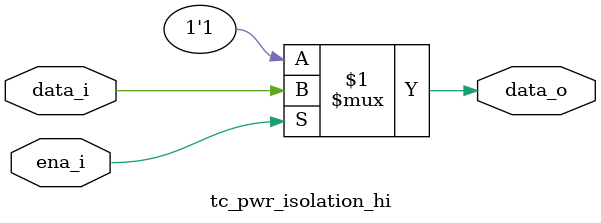
<source format=v>
module tc_pwr_level_shifter_in (
	in_i,
	out_o
);
	input wire in_i;
	output wire out_o;
	assign out_o = in_i;
endmodule
module tc_pwr_level_shifter_in_clamp_lo (
	in_i,
	out_o,
	clamp_i
);
	input wire in_i;
	output wire out_o;
	input wire clamp_i;
	assign out_o = (clamp_i ? 1'b0 : in_i);
endmodule
module tc_pwr_level_shifter_in_clamp_hi (
	in_i,
	out_o,
	clamp_i
);
	input wire in_i;
	output wire out_o;
	input wire clamp_i;
	assign out_o = (clamp_i ? 1'b1 : in_i);
endmodule
module tc_pwr_level_shifter_out (
	in_i,
	out_o
);
	input wire in_i;
	output wire out_o;
	assign out_o = in_i;
endmodule
module tc_pwr_level_shifter_out_clamp_lo (
	in_i,
	out_o,
	clamp_i
);
	input wire in_i;
	output wire out_o;
	input wire clamp_i;
	assign out_o = (clamp_i ? 1'b0 : in_i);
endmodule
module tc_pwr_level_shifter_out_clamp_hi (
	in_i,
	out_o,
	clamp_i
);
	input wire in_i;
	output wire out_o;
	input wire clamp_i;
	assign out_o = (clamp_i ? 1'b1 : in_i);
endmodule
module tc_pwr_power_gating (
	sleep_i,
	sleepout_o
);
	input wire sleep_i;
	output wire sleepout_o;
	assign sleepout_o = sleep_i;
endmodule
module tc_pwr_isolation_lo (
	data_i,
	ena_i,
	data_o
);
	input wire data_i;
	input wire ena_i;
	output wire data_o;
	assign data_o = (ena_i ? data_i : 1'b0);
endmodule
module tc_pwr_isolation_hi (
	data_i,
	ena_i,
	data_o
);
	input wire data_i;
	input wire ena_i;
	output wire data_o;
	assign data_o = (ena_i ? data_i : 1'b1);
endmodule

</source>
